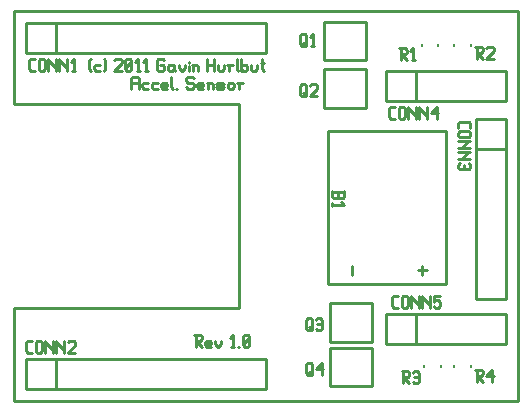
<source format=gbr>
G04 start of page 7 for group -4079 idx -4079 *
G04 Title: (unknown), topsilk *
G04 Creator: pcb 20091103 *
G04 CreationDate: Mon 21 Mar 2011 07:49:43 AM GMT UTC *
G04 For: gjhurlbu *
G04 Format: Gerber/RS-274X *
G04 PCB-Dimensions: 600000 500000 *
G04 PCB-Coordinate-Origin: lower left *
%MOIN*%
%FSLAX25Y25*%
%LNFRONTSILK*%
%ADD11C,0.0100*%
%ADD24C,0.0080*%
G54D11*X33000Y423000D02*X201000D01*
X33000D02*Y392000D01*
X108000D01*
Y324000D01*
X33000D01*
X201000Y293000D02*X33000D01*
X201000Y423000D02*Y293000D01*
X33000Y324000D02*Y293000D01*
X72000Y400500D02*Y397000D01*
Y400500D02*X72500Y401000D01*
X74000D01*
X74500Y400500D01*
Y397000D01*
X72000Y399000D02*X74500D01*
X76201D02*X77701D01*
X75701Y398500D02*X76201Y399000D01*
X75701Y398500D02*Y397500D01*
X76201Y397000D01*
X77701D01*
X79402Y399000D02*X80902D01*
X78902Y398500D02*X79402Y399000D01*
X78902Y398500D02*Y397500D01*
X79402Y397000D01*
X80902D01*
X82603D02*X84103D01*
X82103Y397500D02*X82603Y397000D01*
X82103Y398500D02*Y397500D01*
Y398500D02*X82603Y399000D01*
X83603D01*
X84103Y398500D01*
X82103Y398000D02*X84103D01*
Y398500D02*Y398000D01*
X85304Y401000D02*Y397500D01*
X85804Y397000D01*
X86805D02*X87305D01*
X92306Y401000D02*X92806Y400500D01*
X90806Y401000D02*X92306D01*
X90306Y400500D02*X90806Y401000D01*
X90306Y400500D02*Y399500D01*
X90806Y399000D01*
X92306D01*
X92806Y398500D01*
Y397500D01*
X92306Y397000D02*X92806Y397500D01*
X90806Y397000D02*X92306D01*
X90306Y397500D02*X90806Y397000D01*
X94507D02*X96007D01*
X94007Y397500D02*X94507Y397000D01*
X94007Y398500D02*Y397500D01*
Y398500D02*X94507Y399000D01*
X95507D01*
X96007Y398500D01*
X94007Y398000D02*X96007D01*
Y398500D02*Y398000D01*
X97708Y398500D02*Y397000D01*
Y398500D02*X98208Y399000D01*
X98708D01*
X99208Y398500D01*
Y397000D01*
X97208Y399000D02*X97708Y398500D01*
X100909Y397000D02*X102409D01*
X102909Y397500D01*
X102409Y398000D02*X102909Y397500D01*
X100909Y398000D02*X102409D01*
X100409Y398500D02*X100909Y398000D01*
X100409Y398500D02*X100909Y399000D01*
X102409D01*
X102909Y398500D01*
X100409Y397500D02*X100909Y397000D01*
X104110Y398500D02*Y397500D01*
Y398500D02*X104610Y399000D01*
X105610D01*
X106110Y398500D01*
Y397500D01*
X105610Y397000D02*X106110Y397500D01*
X104610Y397000D02*X105610D01*
X104110Y397500D02*X104610Y397000D01*
X107811Y398500D02*Y397000D01*
Y398500D02*X108311Y399000D01*
X109311D01*
X107311D02*X107811Y398500D01*
X58000Y403500D02*X58500Y403000D01*
X58000Y406500D02*X58500Y407000D01*
X58000Y406500D02*Y403500D01*
X60201Y405000D02*X61701D01*
X59701Y404500D02*X60201Y405000D01*
X59701Y404500D02*Y403500D01*
X60201Y403000D01*
X61701D01*
X62902Y407000D02*X63402Y406500D01*
Y403500D01*
X62902Y403000D02*X63402Y403500D01*
X66403Y406500D02*X66903Y407000D01*
X68403D01*
X68903Y406500D01*
Y405500D01*
X66403Y403000D02*X68903Y405500D01*
X66403Y403000D02*X68903D01*
X70104Y403500D02*X70604Y403000D01*
X70104Y406500D02*Y403500D01*
Y406500D02*X70604Y407000D01*
X71604D01*
X72104Y406500D01*
Y403500D01*
X71604Y403000D02*X72104Y403500D01*
X70604Y403000D02*X71604D01*
X70104Y404000D02*X72104Y406000D01*
X73805Y403000D02*X74805D01*
X74305Y407000D02*Y403000D01*
X73305Y406000D02*X74305Y407000D01*
X76506Y403000D02*X77506D01*
X77006Y407000D02*Y403000D01*
X76006Y406000D02*X77006Y407000D01*
X82507D02*X83007Y406500D01*
X81007Y407000D02*X82507D01*
X80507Y406500D02*X81007Y407000D01*
X80507Y406500D02*Y403500D01*
X81007Y403000D01*
X82507D01*
X83007Y403500D01*
Y404500D02*Y403500D01*
X82507Y405000D02*X83007Y404500D01*
X81507Y405000D02*X82507D01*
X85708D02*X86208Y404500D01*
X84708Y405000D02*X85708D01*
X84208Y404500D02*X84708Y405000D01*
X84208Y404500D02*Y403500D01*
X84708Y403000D01*
X86208Y405000D02*Y403500D01*
X86708Y403000D01*
X84708D02*X85708D01*
X86208Y403500D01*
X87909Y405000D02*Y404000D01*
X88909Y403000D01*
X89909Y404000D01*
Y405000D02*Y404000D01*
X91110Y406000D02*Y405500D01*
Y404500D02*Y403000D01*
X92611Y404500D02*Y403000D01*
Y404500D02*X93111Y405000D01*
X93611D01*
X94111Y404500D01*
Y403000D01*
X92111Y405000D02*X92611Y404500D01*
X97112Y407000D02*Y403000D01*
X99612Y407000D02*Y403000D01*
X97112Y405000D02*X99612D01*
X100813D02*Y403500D01*
X101313Y403000D01*
X102313D01*
X102813Y403500D01*
Y405000D02*Y403500D01*
X104514Y404500D02*Y403000D01*
Y404500D02*X105014Y405000D01*
X106014D01*
X104014D02*X104514Y404500D01*
X107215Y407000D02*Y403500D01*
X107715Y403000D01*
X108716Y407000D02*Y403000D01*
Y403500D02*X109216Y403000D01*
X110216D01*
X110716Y403500D01*
Y404500D02*Y403500D01*
X110216Y405000D02*X110716Y404500D01*
X109216Y405000D02*X110216D01*
X108716Y404500D02*X109216Y405000D01*
X111917D02*Y403500D01*
X112417Y403000D01*
X113417D01*
X113917Y403500D01*
Y405000D02*Y403500D01*
X115618Y407000D02*Y403500D01*
X116118Y403000D01*
X115118Y405500D02*X116118D01*
X93000Y315000D02*X95000D01*
X95500Y314500D01*
Y313500D01*
X95000Y313000D02*X95500Y313500D01*
X93500Y313000D02*X95000D01*
X93500Y315000D02*Y311000D01*
Y313000D02*X95500Y311000D01*
X97201D02*X98701D01*
X96701Y311500D02*X97201Y311000D01*
X96701Y312500D02*Y311500D01*
Y312500D02*X97201Y313000D01*
X98201D01*
X98701Y312500D01*
X96701Y312000D02*X98701D01*
Y312500D02*Y312000D01*
X99902Y313000D02*Y312000D01*
X100902Y311000D01*
X101902Y312000D01*
Y313000D02*Y312000D01*
X105403Y311000D02*X106403D01*
X105903Y315000D02*Y311000D01*
X104903Y314000D02*X105903Y315000D01*
X107604Y311000D02*X108104D01*
X109305Y311500D02*X109805Y311000D01*
X109305Y314500D02*Y311500D01*
Y314500D02*X109805Y315000D01*
X110805D01*
X111305Y314500D01*
Y311500D01*
X110805Y311000D02*X111305Y311500D01*
X109805Y311000D02*X110805D01*
X109305Y312000D02*X111305Y314000D01*
X187000Y387000D02*Y327000D01*
X197000D01*
Y387000D01*
X187000D01*
Y377000D02*X197000D01*
Y387000D01*
X157000Y393000D02*X197000D01*
Y403000D02*Y393000D01*
X157000Y403000D02*X197000D01*
X157000D02*Y393000D01*
X167000Y403000D02*Y393000D01*
X157000Y403000D02*X167000D01*
G54D24*X168852Y411850D02*Y411064D01*
X174362Y411850D02*Y411064D01*
X179638Y411936D02*Y411150D01*
X185148Y411936D02*Y411150D01*
G54D11*X136300Y406500D02*X150200D01*
Y419300D02*Y406500D01*
X136300Y419300D02*X150200D01*
X136300D02*Y406500D01*
Y390700D02*X150200D01*
Y403500D02*Y390700D01*
X136300Y403500D02*X150200D01*
X136300D02*Y390700D01*
X37000Y409000D02*X117000D01*
Y419000D02*Y409000D01*
X37000Y419000D02*X117000D01*
X37000D02*Y409000D01*
X47000Y419000D02*Y409000D01*
X37000Y419000D02*X47000D01*
X37000Y297000D02*X117000D01*
Y307000D02*Y297000D01*
X37000Y307000D02*X117000D01*
X37000D02*Y297000D01*
X47000Y307000D02*Y297000D01*
X37000Y307000D02*X47000D01*
X157000Y312000D02*X197000D01*
Y322000D02*Y312000D01*
X157000Y322000D02*X197000D01*
X157000D02*Y312000D01*
X167000Y322000D02*Y312000D01*
X157000Y322000D02*X167000D01*
X177000Y383000D02*Y331800D01*
X137600Y383000D02*X177000D01*
X137600Y331800D02*X177000D01*
X137600Y383000D02*Y331800D01*
X169000Y338000D02*Y335000D01*
X167500Y336500D02*X170500D01*
X145600Y338000D02*Y335000D01*
X138300Y312700D02*X152200D01*
Y325500D02*Y312700D01*
X138300Y325500D02*X152200D01*
X138300D02*Y312700D01*
Y297800D02*X152200D01*
Y310600D02*Y297800D01*
X138300Y310600D02*X152200D01*
X138300D02*Y297800D01*
G54D24*X185148Y304850D02*Y304064D01*
X179638Y304850D02*Y304064D01*
X175148Y304850D02*Y304064D01*
X169638Y304850D02*Y304064D01*
G54D11*X186636Y410936D02*X188636D01*
X189136Y410436D01*
Y409436D01*
X188636Y408936D02*X189136Y409436D01*
X187136Y408936D02*X188636D01*
X187136Y410936D02*Y406936D01*
Y408936D02*X189136Y406936D01*
X190337Y410436D02*X190837Y410936D01*
X192337D01*
X192837Y410436D01*
Y409436D01*
X190337Y406936D02*X192837Y409436D01*
X190337Y406936D02*X192837D01*
X181000Y385500D02*Y384000D01*
X181500Y386000D02*X181000Y385500D01*
X181500Y386000D02*X184500D01*
X185000Y385500D01*
Y384000D01*
X181500Y382799D02*X184500D01*
X185000Y382299D01*
Y381299D01*
X184500Y380799D01*
X181500D02*X184500D01*
X181000Y381299D02*X181500Y380799D01*
X181000Y382299D02*Y381299D01*
X181500Y382799D02*X181000Y382299D01*
Y379598D02*X185000D01*
X184500D02*X185000D01*
X184500D02*X182000Y377098D01*
X181000D02*X185000D01*
X181000Y375897D02*X185000D01*
X184500D02*X185000D01*
X184500D02*X182000Y373397D01*
X181000D02*X185000D01*
X184500Y372196D02*X185000Y371696D01*
Y370696D01*
X184500Y370196D01*
X181500D02*X184500D01*
X181000Y370696D02*X181500Y370196D01*
X181000Y371696D02*Y370696D01*
X181500Y372196D02*X181000Y371696D01*
X183000D02*Y370196D01*
X158500Y387000D02*X160000D01*
X158000Y387500D02*X158500Y387000D01*
X158000Y390500D02*Y387500D01*
Y390500D02*X158500Y391000D01*
X160000D01*
X161201Y390500D02*Y387500D01*
Y390500D02*X161701Y391000D01*
X162701D01*
X163201Y390500D01*
Y387500D01*
X162701Y387000D02*X163201Y387500D01*
X161701Y387000D02*X162701D01*
X161201Y387500D02*X161701Y387000D01*
X164402Y391000D02*Y387000D01*
Y391000D02*Y390500D01*
X166902Y388000D01*
Y391000D02*Y387000D01*
X168103Y391000D02*Y387000D01*
Y391000D02*Y390500D01*
X170603Y388000D01*
Y391000D02*Y387000D01*
X171804Y389000D02*X173804Y391000D01*
X171804Y389000D02*X174304D01*
X173804Y391000D02*Y387000D01*
X161329Y410479D02*X163329D01*
X163829Y409979D01*
Y408979D01*
X163329Y408479D02*X163829Y408979D01*
X161829Y408479D02*X163329D01*
X161829Y410479D02*Y406479D01*
Y408479D02*X163829Y406479D01*
X165530D02*X166530D01*
X166030Y410479D02*Y406479D01*
X165030Y409479D02*X166030Y410479D01*
X159500Y324000D02*X161000D01*
X159000Y324500D02*X159500Y324000D01*
X159000Y327500D02*Y324500D01*
Y327500D02*X159500Y328000D01*
X161000D01*
X162201Y327500D02*Y324500D01*
Y327500D02*X162701Y328000D01*
X163701D01*
X164201Y327500D01*
Y324500D01*
X163701Y324000D02*X164201Y324500D01*
X162701Y324000D02*X163701D01*
X162201Y324500D02*X162701Y324000D01*
X165402Y328000D02*Y324000D01*
Y328000D02*Y327500D01*
X167902Y325000D01*
Y328000D02*Y324000D01*
X169103Y328000D02*Y324000D01*
Y328000D02*Y327500D01*
X171603Y325000D01*
Y328000D02*Y324000D01*
X172804Y328000D02*X174804D01*
X172804D02*Y326000D01*
X173304Y326500D01*
X174304D01*
X174804Y326000D01*
Y324500D01*
X174304Y324000D02*X174804Y324500D01*
X173304Y324000D02*X174304D01*
X172804Y324500D02*X173304Y324000D01*
X38500Y403000D02*X40000D01*
X38000Y403500D02*X38500Y403000D01*
X38000Y406500D02*Y403500D01*
Y406500D02*X38500Y407000D01*
X40000D01*
X41201Y406500D02*Y403500D01*
Y406500D02*X41701Y407000D01*
X42701D01*
X43201Y406500D01*
Y403500D01*
X42701Y403000D02*X43201Y403500D01*
X41701Y403000D02*X42701D01*
X41201Y403500D02*X41701Y403000D01*
X44402Y407000D02*Y403000D01*
Y407000D02*Y406500D01*
X46902Y404000D01*
Y407000D02*Y403000D01*
X48103Y407000D02*Y403000D01*
Y407000D02*Y406500D01*
X50603Y404000D01*
Y407000D02*Y403000D01*
X52304D02*X53304D01*
X52804Y407000D02*Y403000D01*
X51804Y406000D02*X52804Y407000D01*
X37500Y309000D02*X39000D01*
X37000Y309500D02*X37500Y309000D01*
X37000Y312500D02*Y309500D01*
Y312500D02*X37500Y313000D01*
X39000D01*
X40201Y312500D02*Y309500D01*
Y312500D02*X40701Y313000D01*
X41701D01*
X42201Y312500D01*
Y309500D01*
X41701Y309000D02*X42201Y309500D01*
X40701Y309000D02*X41701D01*
X40201Y309500D02*X40701Y309000D01*
X43402Y313000D02*Y309000D01*
Y313000D02*Y312500D01*
X45902Y310000D01*
Y313000D02*Y309000D01*
X47103Y313000D02*Y309000D01*
Y313000D02*Y312500D01*
X49603Y310000D01*
Y313000D02*Y309000D01*
X50804Y312500D02*X51304Y313000D01*
X52804D01*
X53304Y312500D01*
Y311500D01*
X50804Y309000D02*X53304Y311500D01*
X50804Y309000D02*X53304D01*
X139000Y363000D02*Y361000D01*
X139500Y360500D01*
X140500D01*
X141000Y361000D02*X140500Y360500D01*
X141000Y362500D02*Y361000D01*
X139000Y362500D02*X143000D01*
Y363000D02*Y361000D01*
X142500Y360500D01*
X141500D02*X142500D01*
X141000Y361000D02*X141500Y360500D01*
X139000Y358799D02*Y357799D01*
Y358299D02*X143000D01*
X142000Y359299D02*X143000Y358299D01*
X128300Y414800D02*Y411800D01*
Y414800D02*X128800Y415300D01*
X129800D01*
X130300Y414800D01*
Y411800D01*
X129800Y411300D02*X130300Y411800D01*
X128800Y411300D02*X129800D01*
X128300Y411800D02*X128800Y411300D01*
X129300Y412300D02*X130300Y411300D01*
X132001D02*X133001D01*
X132501Y415300D02*Y411300D01*
X131501Y414300D02*X132501Y415300D01*
X128300Y398000D02*Y395000D01*
Y398000D02*X128800Y398500D01*
X129800D01*
X130300Y398000D01*
Y395000D01*
X129800Y394500D02*X130300Y395000D01*
X128800Y394500D02*X129800D01*
X128300Y395000D02*X128800Y394500D01*
X129300Y395500D02*X130300Y394500D01*
X131501Y398000D02*X132001Y398500D01*
X133501D01*
X134001Y398000D01*
Y397000D01*
X131501Y394500D02*X134001Y397000D01*
X131501Y394500D02*X134001D01*
X186722Y303364D02*X188722D01*
X189222Y302864D01*
Y301864D01*
X188722Y301364D02*X189222Y301864D01*
X187222Y301364D02*X188722D01*
X187222Y303364D02*Y299364D01*
Y301364D02*X189222Y299364D01*
X190423Y301364D02*X192423Y303364D01*
X190423Y301364D02*X192923D01*
X192423Y303364D02*Y299364D01*
X162122Y302850D02*X164122D01*
X164622Y302350D01*
Y301350D01*
X164122Y300850D02*X164622Y301350D01*
X162622Y300850D02*X164122D01*
X162622Y302850D02*Y298850D01*
Y300850D02*X164622Y298850D01*
X165823Y302350D02*X166323Y302850D01*
X167323D01*
X167823Y302350D01*
Y299350D01*
X167323Y298850D02*X167823Y299350D01*
X166323Y298850D02*X167323D01*
X165823Y299350D02*X166323Y298850D01*
Y300850D02*X167823D01*
X130300Y320000D02*Y317000D01*
Y320000D02*X130800Y320500D01*
X131800D01*
X132300Y320000D01*
Y317000D01*
X131800Y316500D02*X132300Y317000D01*
X130800Y316500D02*X131800D01*
X130300Y317000D02*X130800Y316500D01*
X131300Y317500D02*X132300Y316500D01*
X133501Y320000D02*X134001Y320500D01*
X135001D01*
X135501Y320000D01*
Y317000D01*
X135001Y316500D02*X135501Y317000D01*
X134001Y316500D02*X135001D01*
X133501Y317000D02*X134001Y316500D01*
Y318500D02*X135501D01*
X130300Y305100D02*Y302100D01*
Y305100D02*X130800Y305600D01*
X131800D01*
X132300Y305100D01*
Y302100D01*
X131800Y301600D02*X132300Y302100D01*
X130800Y301600D02*X131800D01*
X130300Y302100D02*X130800Y301600D01*
X131300Y302600D02*X132300Y301600D01*
X133501Y303600D02*X135501Y305600D01*
X133501Y303600D02*X136001D01*
X135501Y305600D02*Y301600D01*
M02*

</source>
